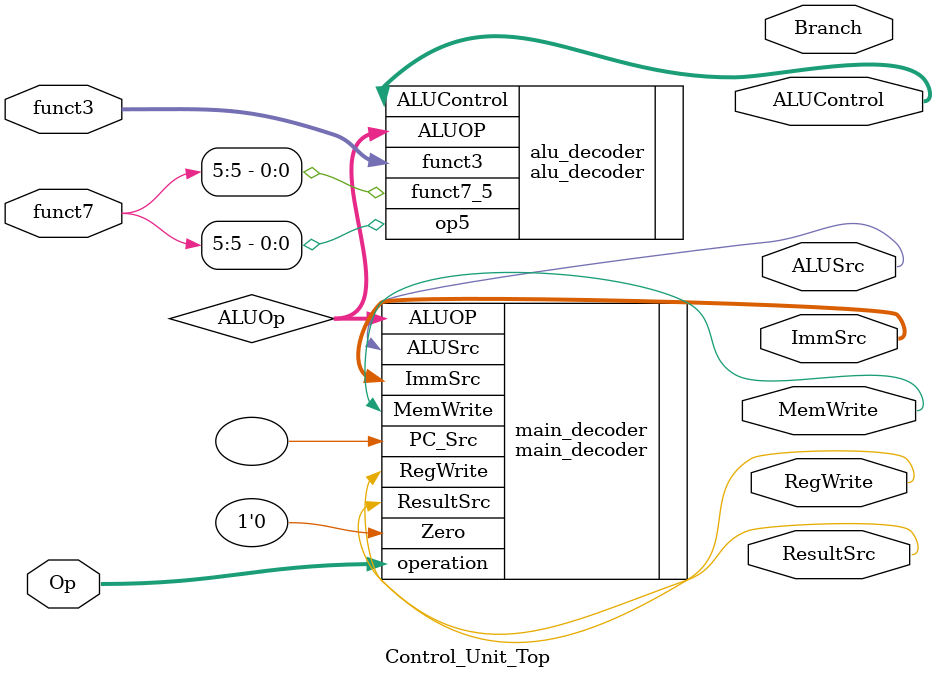
<source format=v>
`include "alu_decoder.v"
`include "main_decoder.v"

module Control_Unit_Top(Op,RegWrite,ImmSrc,ALUSrc,MemWrite,ResultSrc,Branch,funct3,funct7,ALUControl);

    input [6:0]Op,funct7;
    input [2:0]funct3;
    output RegWrite,ALUSrc,MemWrite,ResultSrc,Branch;
    output [1:0]ImmSrc;
    output [2:0]ALUControl;

    wire [1:0]ALUOp;

    main_decoder main_decoder(
        .operation(Op),
        .Zero(1'b0), // Assuming Zero is not used in this context
        .PC_Src(), // Not used in this module
        .ResultSrc(ResultSrc),
        .MemWrite(MemWrite),
        .ALUSrc(ALUSrc),
        .ImmSrc(ImmSrc),
        .RegWrite(RegWrite),
        .ALUOP(ALUOp)
    );
    alu_decoder alu_decoder(
        .op5(funct7[5]),
        .ALUOP(ALUOp),
        .funct3(funct3),
        .funct7_5(funct7[5]),
        .ALUControl(ALUControl)
    );


endmodule
</source>
